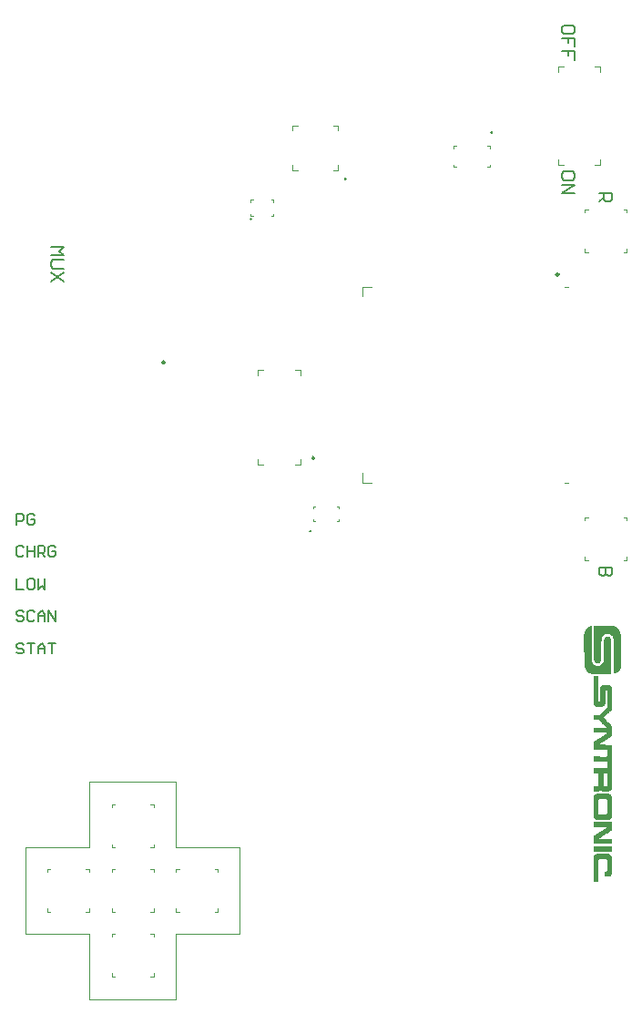
<source format=gbr>
%TF.GenerationSoftware,Altium Limited,Altium Designer,22.10.1 (41)*%
G04 Layer_Color=65535*
%FSLAX45Y45*%
%MOMM*%
%TF.SameCoordinates,E44625A2-F068-4864-A6FA-01B12190F87A*%
%TF.FilePolarity,Positive*%
%TF.FileFunction,Legend,Top*%
%TF.Part,Single*%
G01*
G75*
%TA.AperFunction,NonConductor*%
%ADD51C,0.25400*%
%ADD52C,0.10000*%
%ADD53C,0.20000*%
G36*
X5693101Y1444777D02*
X5692902Y1469272D01*
X5693300Y1470866D01*
X5694296Y1472260D01*
X5695292Y1473255D01*
X5698080Y1473654D01*
X5703058Y1474251D01*
X5704652Y1474649D01*
X5707838Y1476641D01*
X5708435Y1477238D01*
X5709232Y1477637D01*
X5711024Y1480624D01*
X5711622Y1483611D01*
X5712020Y1486797D01*
X5712219Y1578604D01*
X5711821Y1579799D01*
X5710825Y1583981D01*
X5710228Y1585376D01*
X5709431Y1586172D01*
X5709033Y1586969D01*
X5707440Y1588163D01*
X5707041Y1588960D01*
X5706444Y1589557D01*
X5705647Y1589956D01*
X5702063Y1591549D01*
X5699872Y1592146D01*
X5697881Y1592545D01*
X5644708Y1592744D01*
X5643513Y1592346D01*
X5641323Y1591748D01*
X5639331Y1590952D01*
X5636145Y1588960D01*
X5634552Y1587367D01*
X5631365Y1580596D01*
X5630967Y1577808D01*
X5630569Y1383838D01*
X5628776Y1382046D01*
X5624793Y1381647D01*
X5623200Y1382046D01*
X5622006Y1381647D01*
X5586557Y1382046D01*
X5584765Y1383440D01*
X5583968Y1387423D01*
X5584367Y1388618D01*
X5584566Y1587964D01*
X5584367Y1590155D01*
X5584765Y1591350D01*
X5585163Y1601705D01*
X5585561Y1602901D01*
X5586159Y1607082D01*
X5586557Y1608676D01*
X5587553Y1612061D01*
X5587951Y1613654D01*
X5589345Y1617438D01*
X5591138Y1620425D01*
X5592332Y1623213D01*
X5593527Y1625205D01*
X5595320Y1627396D01*
X5600099Y1632175D01*
X5600896Y1632573D01*
X5606074Y1636158D01*
X5612048Y1638548D01*
X5616828Y1639344D01*
X5620810Y1639743D01*
X5627183Y1640141D01*
X5728749Y1639743D01*
X5729943Y1639344D01*
X5731935Y1638548D01*
X5739502Y1634565D01*
X5741693Y1632772D01*
X5742291Y1632175D01*
X5743087Y1631777D01*
X5746672Y1628192D01*
X5747468Y1627794D01*
X5748464Y1626400D01*
X5751053Y1622616D01*
X5752845Y1619629D01*
X5755633Y1613654D01*
X5756430Y1610866D01*
X5757226Y1607680D01*
X5757824Y1605091D01*
X5758222Y1603498D01*
X5758621Y1601108D01*
X5759019Y1594337D01*
X5759218Y1461904D01*
X5758820Y1460709D01*
X5758222Y1457324D01*
X5757027Y1452544D01*
X5756430Y1450353D01*
X5752447Y1442786D01*
X5750655Y1440595D01*
X5749261Y1439201D01*
X5748862Y1438405D01*
X5744282Y1433824D01*
X5743485Y1433426D01*
X5742689Y1432629D01*
X5741892Y1432231D01*
X5740299Y1430638D01*
X5737511Y1429443D01*
X5732333Y1427850D01*
X5729545Y1427452D01*
X5727952Y1427053D01*
X5695292Y1427452D01*
X5693499Y1429244D01*
X5693101Y1430837D01*
X5692703Y1433625D01*
X5693101Y1436413D01*
Y1444379D01*
Y1444777D01*
D02*
G37*
G36*
X5722774Y1662047D02*
X5586557Y1662445D01*
X5584765Y1663839D01*
X5584367Y1666628D01*
X5584765Y1707652D01*
X5586159Y1709046D01*
X5590142Y1709444D01*
X5757027Y1709046D01*
X5758820Y1707652D01*
X5759218Y1706059D01*
X5758820Y1664238D01*
X5757027Y1662445D01*
X5753044Y1662047D01*
X5723172D01*
X5722774D01*
D02*
G37*
G36*
X5686131Y1778349D02*
X5753642Y1778548D01*
X5756828Y1778150D01*
X5758820Y1776955D01*
X5759218Y1775362D01*
X5758820Y1733939D01*
X5757824Y1732545D01*
X5755036Y1731749D01*
X5586159Y1732147D01*
X5584765Y1733541D01*
X5584367Y1736329D01*
X5584765Y1803641D01*
X5588150Y1807027D01*
X5592532Y1809416D01*
X5593328Y1810213D01*
X5594125Y1810611D01*
X5596515Y1812204D01*
X5599303Y1813797D01*
X5600099Y1814594D01*
X5600896Y1814993D01*
X5604680Y1817581D01*
X5605277Y1818179D01*
X5606074Y1818577D01*
X5611251Y1821365D01*
X5612446Y1822560D01*
X5613243Y1822958D01*
X5616031Y1824552D01*
X5616828Y1825348D01*
X5617624Y1825746D01*
X5620014Y1827339D01*
X5622802Y1828933D01*
X5624395Y1830526D01*
X5629573Y1833314D01*
X5630370Y1834111D01*
X5631166Y1834509D01*
X5634950Y1837098D01*
X5635548Y1837695D01*
X5639929Y1840085D01*
X5640725Y1840882D01*
X5641522Y1841280D01*
X5645505Y1843670D01*
X5649488Y1846458D01*
X5652276Y1848051D01*
X5653471Y1849246D01*
X5657852Y1851636D01*
X5658649Y1852432D01*
X5659445Y1852830D01*
X5661835Y1854424D01*
X5664623Y1856017D01*
X5665420Y1856813D01*
X5666216Y1857212D01*
X5670000Y1859801D01*
X5672987Y1861593D01*
X5675775Y1863186D01*
X5676572Y1863983D01*
X5677368Y1864381D01*
X5678165Y1865178D01*
X5680953Y1866771D01*
X5683741Y1868762D01*
X5687326Y1870754D01*
X5688919Y1872347D01*
X5691707Y1873542D01*
X5692504Y1873940D01*
X5697682Y1877525D01*
X5698478Y1877923D01*
X5702461Y1880711D01*
X5706046Y1882703D01*
X5706842Y1883499D01*
X5707639Y1883897D01*
X5710427Y1885491D01*
X5711423Y1886486D01*
X5711024Y1888080D01*
X5710427Y1888677D01*
X5708834Y1889075D01*
X5587951Y1888876D01*
X5586358Y1889274D01*
X5584964Y1890270D01*
X5584367Y1892461D01*
X5584765Y1933884D01*
X5585760Y1935278D01*
X5588549Y1936074D01*
X5757027Y1935676D01*
X5758820Y1934282D01*
X5759218Y1932689D01*
X5759616Y1930299D01*
X5759218Y1929104D01*
X5759417Y1863983D01*
X5758621Y1861991D01*
X5755434Y1858805D01*
X5754638Y1858406D01*
X5750854Y1855818D01*
X5746473Y1853030D01*
X5745079Y1852034D01*
X5742689Y1850441D01*
X5739901Y1848847D01*
X5737113Y1846856D01*
X5734325Y1845263D01*
X5733528Y1844466D01*
X5732731Y1844068D01*
X5729545Y1842077D01*
X5728749Y1841678D01*
X5727952Y1840882D01*
X5727155Y1840483D01*
X5726359Y1839687D01*
X5721977Y1837297D01*
X5714012Y1831721D01*
X5710427Y1829729D01*
X5709232Y1828535D01*
X5705647Y1826543D01*
X5704851Y1825746D01*
X5704054Y1825348D01*
X5701664Y1823755D01*
X5699673Y1822560D01*
X5697482Y1820768D01*
X5692105Y1817780D01*
X5691309Y1816984D01*
X5690512Y1816586D01*
X5686728Y1813997D01*
X5682347Y1811209D01*
X5679957Y1809615D01*
X5679360Y1809018D01*
X5675775Y1807027D01*
X5671792Y1804238D01*
X5670996Y1803840D01*
X5667013Y1801052D01*
X5664225Y1799459D01*
X5663428Y1798662D01*
X5662632Y1798264D01*
X5660640Y1797069D01*
X5657852Y1795476D01*
X5656657Y1794281D01*
X5655860Y1793883D01*
X5652077Y1791294D01*
X5649687Y1789701D01*
X5647297Y1788506D01*
X5644907Y1786913D01*
X5643912Y1785917D01*
X5639531Y1783527D01*
X5636543Y1780540D01*
X5636941Y1779345D01*
X5637539Y1778748D01*
X5640327Y1778349D01*
X5650284Y1778748D01*
X5651479Y1778349D01*
X5685733D01*
X5686131D01*
D02*
G37*
G36*
X5758820Y1989645D02*
X5758023Y1987653D01*
X5756828Y1982874D01*
X5756231Y1980683D01*
X5755434Y1978692D01*
X5754040Y1976501D01*
X5752049Y1972916D01*
X5750256Y1970726D01*
X5749261Y1969730D01*
X5748862Y1968934D01*
X5746273Y1966345D01*
X5745477Y1965946D01*
X5743087Y1964353D01*
X5742291Y1963955D01*
X5739502Y1961963D01*
X5736714Y1960768D01*
X5731537Y1958379D01*
X5728948Y1957781D01*
X5723571Y1957184D01*
X5721977Y1956786D01*
X5706444D01*
X5706046D01*
X5616031Y1957184D01*
X5614836Y1957582D01*
X5611052Y1958179D01*
X5604481Y1961167D01*
X5601692Y1962760D01*
X5599502Y1964552D01*
X5597112Y1966145D01*
X5592731Y1970527D01*
X5590341Y1974908D01*
X5589544Y1975704D01*
X5588350Y1978493D01*
X5586756Y1982476D01*
X5585163Y1988848D01*
X5584765Y1991636D01*
X5585163Y2168081D01*
X5585561Y2169276D01*
X5585960Y2170869D01*
X5586557Y2173060D01*
X5587354Y2175051D01*
X5588947Y2179432D01*
X5590540Y2181822D01*
X5593527Y2186801D01*
X5596913Y2190186D01*
X5597709Y2190585D01*
X5598506Y2191381D01*
X5599303Y2191779D01*
X5601294Y2193771D01*
X5609658Y2197754D01*
X5612446Y2198152D01*
X5614040Y2198551D01*
X5617823Y2199148D01*
X5619815Y2199546D01*
X5698876Y2199745D01*
X5700071Y2199347D01*
X5726359Y2198949D01*
X5727554Y2198551D01*
X5731736Y2197953D01*
X5733727Y2197555D01*
X5736117Y2196360D01*
X5739104Y2194568D01*
X5740299Y2194169D01*
X5744083Y2191580D01*
X5744680Y2190983D01*
X5745477Y2190585D01*
X5747667Y2188792D01*
X5748464Y2187996D01*
X5748862Y2187199D01*
X5750854Y2185208D01*
X5751252Y2184411D01*
X5752049Y2183614D01*
X5756430Y2174454D01*
X5757426Y2169873D01*
X5757824Y2168280D01*
X5758820Y2165691D01*
X5759218Y2161708D01*
X5758820Y1989645D01*
D02*
G37*
G36*
X5759218Y2647230D02*
X5759019Y2603616D01*
X5759218Y2272832D01*
X5758820Y2271638D01*
X5758422Y2256901D01*
X5758023Y2255706D01*
X5757426Y2251922D01*
X5756231Y2244753D01*
X5755833Y2243160D01*
X5755036Y2241168D01*
X5751252Y2234198D01*
X5748464Y2231410D01*
X5748066Y2230613D01*
X5747070Y2229618D01*
X5742689Y2227228D01*
X5741892Y2226431D01*
X5741096Y2226033D01*
X5735519Y2223643D01*
X5731935Y2222050D01*
X5729346Y2221453D01*
X5724566Y2220656D01*
X5722575Y2220258D01*
X5720982Y2219859D01*
X5718990Y2219461D01*
X5717397Y2219063D01*
X5715007Y2218664D01*
X5710626Y2218266D01*
X5702262Y2217868D01*
X5690910Y2217669D01*
X5689716Y2218067D01*
X5680953Y2218465D01*
X5679758Y2218863D01*
X5677169Y2219461D01*
X5674580Y2220457D01*
X5668008Y2221851D01*
X5666017Y2222647D01*
X5663627Y2224240D01*
X5661636Y2225037D01*
X5660242Y2225635D01*
X5657454Y2227626D01*
X5656657Y2228423D01*
X5655860Y2228821D01*
X5654068Y2230215D01*
X5653670Y2231012D01*
X5652276Y2232405D01*
X5650683Y2232804D01*
X5648691Y2231609D01*
X5644708Y2227626D01*
X5643912Y2227228D01*
X5642717Y2226033D01*
X5641920Y2225635D01*
X5638335Y2223643D01*
X5633158Y2221253D01*
X5629772Y2220656D01*
X5627382Y2220258D01*
X5625789Y2219859D01*
X5623798Y2219461D01*
X5622205Y2219063D01*
X5619018Y2218664D01*
X5596913Y2218465D01*
X5595718Y2218863D01*
X5588350Y2218664D01*
X5586358Y2219063D01*
X5584765Y2220656D01*
X5584367Y2223444D01*
X5584765Y2264070D01*
X5586159Y2265862D01*
X5587752Y2266261D01*
X5620014Y2266659D01*
X5621209Y2267057D01*
X5625192Y2267455D01*
X5627980Y2269447D01*
X5628776Y2270244D01*
X5629374Y2270443D01*
X5629772Y2271239D01*
X5630967Y2274027D01*
X5631365Y2276815D01*
X5631764Y2283188D01*
X5631565Y2379376D01*
X5631764Y2382364D01*
X5630171Y2385152D01*
X5628378Y2385749D01*
X5625590Y2386147D01*
X5623997Y2385749D01*
X5586557Y2386147D01*
X5584765Y2387541D01*
X5584367Y2390329D01*
X5584765Y2431752D01*
X5586557Y2433545D01*
X5589345Y2433943D01*
X5708635Y2433744D01*
X5710029Y2434341D01*
X5711423Y2435337D01*
X5712219Y2438125D01*
X5711821Y2493886D01*
X5710029Y2496077D01*
X5707241Y2496475D01*
X5702660Y2496276D01*
X5590540Y2496475D01*
X5589345Y2496077D01*
X5586358Y2496674D01*
X5584964Y2497670D01*
X5584367Y2499861D01*
X5584765Y2541681D01*
X5585760Y2542677D01*
X5588549Y2543474D01*
X5591934Y2543275D01*
X5594523Y2543474D01*
X5595718Y2543076D01*
X5597311Y2543474D01*
X5708236Y2543275D01*
X5709830Y2543673D01*
X5711423Y2545266D01*
X5712219Y2548453D01*
X5711821Y2603815D01*
X5710427Y2605608D01*
X5707241Y2606404D01*
X5704452Y2606006D01*
X5655263Y2606205D01*
X5652674Y2606006D01*
X5651479Y2606404D01*
X5586159Y2606803D01*
X5584765Y2608197D01*
X5584367Y2609790D01*
X5584765Y2677898D01*
X5586159Y2679691D01*
X5586956Y2680089D01*
X5592133Y2683674D01*
X5594922Y2685267D01*
X5598904Y2688055D01*
X5599701Y2688453D01*
X5603684Y2691241D01*
X5606472Y2692835D01*
X5609260Y2694826D01*
X5612048Y2696419D01*
X5614836Y2698411D01*
X5615633Y2698809D01*
X5620810Y2702394D01*
X5624395Y2704385D01*
X5625590Y2705580D01*
X5626387Y2705978D01*
X5629971Y2707970D01*
X5633954Y2710758D01*
X5634751Y2711156D01*
X5636941Y2712948D01*
X5638734Y2713944D01*
X5643115Y2716334D01*
X5644310Y2717529D01*
X5645107Y2717927D01*
X5654466Y2724101D01*
X5655064Y2724698D01*
X5659445Y2727088D01*
X5662233Y2729079D01*
X5665021Y2730672D01*
X5666216Y2731868D01*
X5667013Y2732266D01*
X5671394Y2734655D01*
X5672589Y2735850D01*
X5673385Y2736249D01*
X5676174Y2737842D01*
X5681351Y2741427D01*
X5683343Y2742621D01*
X5686131Y2744613D01*
X5688919Y2746206D01*
X5691707Y2748197D01*
X5695292Y2750189D01*
X5696088Y2750986D01*
X5696885Y2751384D01*
X5699673Y2753375D01*
X5700470Y2753774D01*
X5703258Y2755765D01*
X5707639Y2758155D01*
X5708834Y2759350D01*
X5709630Y2759748D01*
X5711821Y2761540D01*
X5711423Y2763134D01*
X5709630Y2763731D01*
X5707041Y2763930D01*
X5586956Y2763731D01*
X5584964Y2764926D01*
X5584367Y2766718D01*
X5584765Y2808539D01*
X5585362Y2809535D01*
X5587354Y2810331D01*
X5705050Y2810132D01*
X5706643Y2810531D01*
X5707440Y2811327D01*
X5707041Y2813717D01*
X5706245Y2814514D01*
X5705847Y2815310D01*
X5704452Y2816704D01*
X5703656Y2817103D01*
X5694296Y2826462D01*
X5693898Y2827259D01*
X5692902Y2828255D01*
X5692105Y2828653D01*
X5687127Y2833632D01*
X5686728Y2834428D01*
X5684936Y2836221D01*
X5684339Y2836420D01*
X5683940Y2837216D01*
X5680157Y2841000D01*
X5679360Y2841398D01*
X5676771Y2843987D01*
X5676373Y2844784D01*
X5668208Y2852949D01*
X5667411Y2853347D01*
X5665619Y2855140D01*
X5665221Y2855936D01*
X5652873Y2868283D01*
X5652475Y2869080D01*
X5650284Y2871271D01*
X5649488Y2871669D01*
X5644907Y2876249D01*
X5644509Y2877046D01*
X5643513Y2878042D01*
X5642717Y2878440D01*
X5641323Y2879834D01*
X5641124Y2880431D01*
X5640327Y2880830D01*
X5639531Y2881626D01*
X5636344Y2882423D01*
X5586159Y2882821D01*
X5584765Y2884215D01*
X5584367Y2888198D01*
X5584765Y2889791D01*
X5584367Y2892181D01*
X5584765Y2893376D01*
X5584367Y2897359D01*
X5584566Y2918668D01*
X5584367Y2920062D01*
X5584765Y2921257D01*
X5584367Y2925240D01*
X5584765Y2926435D01*
X5585163Y2927231D01*
X5586159Y2928227D01*
X5587752Y2928625D01*
X5603684D01*
X5604082D01*
X5637937Y2929023D01*
X5641522Y2931812D01*
X5653670Y2943960D01*
X5654068Y2944756D01*
X5656259Y2946947D01*
X5657055Y2947345D01*
X5658051Y2948341D01*
X5658449Y2949137D01*
X5661038Y2951726D01*
X5661835Y2952124D01*
X5662831Y2953519D01*
X5663428Y2954116D01*
X5664026Y2954315D01*
X5664424Y2955112D01*
X5670199Y2960887D01*
X5670797Y2961086D01*
X5671195Y2961883D01*
X5707440Y2998128D01*
X5707838Y2998924D01*
X5711423Y3002509D01*
X5712219Y3005695D01*
X5711821Y3155056D01*
X5709830Y3158640D01*
X5709232Y3159238D01*
X5708435Y3159636D01*
X5704851Y3161229D01*
X5700868Y3160831D01*
X5696288Y3157446D01*
X5695491Y3155454D01*
X5695092Y3153861D01*
X5694694Y3148683D01*
X5694296Y3031584D01*
X5693898Y3030389D01*
X5693499Y3028796D01*
X5691906Y3024813D01*
X5689915Y3021229D01*
X5688322Y3019636D01*
X5687923Y3018839D01*
X5686131Y3016648D01*
X5683940Y3014856D01*
X5682945Y3013860D01*
X5682148Y3013462D01*
X5679360Y3011869D01*
X5676572Y3009877D01*
X5674580Y3009081D01*
X5671991Y3008483D01*
X5668805Y3007288D01*
X5666216Y3006293D01*
X5663627Y3005695D01*
X5661238Y3005297D01*
X5655860Y3004699D01*
X5653073Y3004301D01*
X5645505Y3003903D01*
X5640327Y3003505D01*
X5630171Y3004102D01*
X5625789Y3004500D01*
X5622205Y3004898D01*
X5617027Y3005695D01*
X5615035Y3006094D01*
X5611849Y3007288D01*
X5609260Y3008284D01*
X5607667Y3008682D01*
X5603883Y3010077D01*
X5603285Y3010674D01*
X5602489Y3011072D01*
X5600099Y3012665D01*
X5599303Y3013064D01*
X5595718Y3015852D01*
X5593527Y3017644D01*
X5592332Y3018839D01*
X5591934Y3019636D01*
X5589943Y3021627D01*
X5589544Y3022423D01*
X5587951Y3024813D01*
X5586956Y3027402D01*
X5585960Y3029593D01*
X5585163Y3032381D01*
X5584765Y3033974D01*
X5584367Y3040347D01*
X5584765Y3288086D01*
X5586159Y3289879D01*
X5587752Y3290277D01*
X5628776Y3289879D01*
X5630171Y3288485D01*
X5630569Y3286891D01*
X5630967Y3284103D01*
X5630569Y3281315D01*
X5630967Y3058669D01*
X5632560Y3055880D01*
X5634353Y3053690D01*
X5635946Y3052097D01*
X5638734Y3051698D01*
X5643115Y3052097D01*
X5645306Y3053889D01*
X5647297Y3056677D01*
X5647895Y3058868D01*
X5648293Y3179949D01*
X5649090Y3183932D01*
X5649488Y3185525D01*
X5650683Y3188712D01*
X5651678Y3189707D01*
X5653670Y3193292D01*
X5655462Y3195483D01*
X5656259Y3195881D01*
X5659445Y3199067D01*
X5660242Y3199466D01*
X5664623Y3201855D01*
X5665420Y3202652D01*
X5668208Y3203847D01*
X5676970Y3206635D01*
X5678563Y3207033D01*
X5683343Y3207830D01*
X5687326Y3208228D01*
X5692504Y3208627D01*
X5696487Y3209025D01*
X5715605Y3208627D01*
X5716800Y3208228D01*
X5723172Y3207830D01*
X5724367Y3207431D01*
X5727753Y3206834D01*
X5729346Y3206436D01*
X5734922Y3204444D01*
X5736515Y3204046D01*
X5740299Y3202254D01*
X5742689Y3200661D01*
X5747070Y3198271D01*
X5750655Y3194686D01*
X5751252Y3194487D01*
X5751650Y3193690D01*
X5752447Y3192894D01*
X5752845Y3192097D01*
X5753642Y3191301D01*
X5754040Y3190504D01*
X5756032Y3187716D01*
X5758422Y3179750D01*
X5758820Y3178157D01*
X5759218Y3174174D01*
X5758820Y2984586D01*
X5755036Y2979607D01*
X5754239Y2978810D01*
X5753443Y2978412D01*
X5748862Y2973831D01*
X5748464Y2973035D01*
X5736914Y2961485D01*
X5736515Y2960688D01*
X5735519Y2959692D01*
X5734723Y2959294D01*
X5733329Y2957900D01*
X5732931Y2957103D01*
X5731935Y2956107D01*
X5731138Y2955709D01*
X5728948Y2953519D01*
X5728549Y2952722D01*
X5723571Y2947743D01*
X5722774Y2947345D01*
X5718592Y2943163D01*
X5718194Y2942366D01*
X5706245Y2930418D01*
X5705847Y2929621D01*
X5704452Y2928227D01*
X5703656Y2927829D01*
X5703058Y2927231D01*
X5702660Y2926435D01*
X5701266Y2925040D01*
X5700470Y2924642D01*
X5698279Y2922452D01*
X5697881Y2921655D01*
X5697283Y2921057D01*
X5696487Y2920659D01*
X5695491Y2919663D01*
X5695092Y2918867D01*
X5692902Y2916676D01*
X5692305Y2916477D01*
X5691906Y2915680D01*
X5689716Y2913490D01*
X5688919Y2913092D01*
X5687525Y2911698D01*
X5687127Y2910901D01*
X5683940Y2907715D01*
X5683144Y2904927D01*
X5683940Y2902935D01*
X5685733Y2901143D01*
X5686529Y2900745D01*
X5687525Y2899749D01*
X5687923Y2898952D01*
X5692902Y2893973D01*
X5693699Y2893575D01*
X5695491Y2891783D01*
X5695889Y2890986D01*
X5697283Y2889592D01*
X5698080Y2889194D01*
X5700071Y2886804D01*
X5704054Y2882821D01*
X5704851Y2882423D01*
X5706643Y2880631D01*
X5707041Y2879834D01*
X5715207Y2871669D01*
X5716003Y2871271D01*
X5718592Y2868682D01*
X5718990Y2867885D01*
X5723571Y2863305D01*
X5724367Y2862906D01*
X5726159Y2861114D01*
X5726558Y2860318D01*
X5727155Y2859720D01*
X5727952Y2859322D01*
X5729346Y2857928D01*
X5729744Y2857131D01*
X5735121Y2851754D01*
X5735918Y2851356D01*
X5737312Y2849962D01*
X5737710Y2849165D01*
X5739104Y2847771D01*
X5739901Y2847373D01*
X5740498Y2846776D01*
X5740897Y2845979D01*
X5746273Y2840602D01*
X5747070Y2840204D01*
X5749261Y2838013D01*
X5749659Y2837216D01*
X5757625Y2829251D01*
X5758023Y2828454D01*
X5758820Y2827657D01*
X5759218Y2826064D01*
X5759417Y2809137D01*
X5759019Y2737444D01*
X5758222Y2735452D01*
X5757027Y2734257D01*
X5756231Y2733859D01*
X5753443Y2732266D01*
X5752248Y2731071D01*
X5751451Y2730672D01*
X5749062Y2729079D01*
X5748265Y2728681D01*
X5747070Y2727486D01*
X5746273Y2727088D01*
X5741892Y2724698D01*
X5740299Y2723105D01*
X5739502Y2722707D01*
X5736714Y2721113D01*
X5735918Y2720317D01*
X5735121Y2719919D01*
X5732731Y2718325D01*
X5730740Y2717130D01*
X5729545Y2715936D01*
X5728749Y2715537D01*
X5724367Y2713147D01*
X5723571Y2712351D01*
X5722774Y2711953D01*
X5720384Y2710360D01*
X5718393Y2709165D01*
X5717198Y2707970D01*
X5712817Y2705580D01*
X5712020Y2704783D01*
X5711224Y2704385D01*
X5710427Y2703588D01*
X5706046Y2701199D01*
X5704851Y2700004D01*
X5704054Y2699605D01*
X5701266Y2698012D01*
X5697283Y2695224D01*
X5695292Y2694029D01*
X5692504Y2692038D01*
X5688919Y2690046D01*
X5688122Y2689250D01*
X5687326Y2688852D01*
X5686529Y2688055D01*
X5683741Y2686462D01*
X5682546Y2685267D01*
X5677368Y2682479D01*
X5675178Y2680687D01*
X5671195Y2678297D01*
X5668805Y2676704D01*
X5665619Y2674712D01*
X5664623Y2673716D01*
X5663826Y2673318D01*
X5659445Y2670928D01*
X5657255Y2669136D01*
X5653869Y2666945D01*
X5651081Y2664954D01*
X5648293Y2663361D01*
X5644310Y2660573D01*
X5641522Y2658979D01*
X5637141Y2656590D01*
X5636543Y2655992D01*
X5636344Y2654996D01*
X5637141Y2653802D01*
X5638734Y2653403D01*
X5643513Y2653005D01*
X5644708Y2653403D01*
X5757426Y2653005D01*
X5759218Y2651611D01*
X5759616Y2648823D01*
X5759218Y2647230D01*
D02*
G37*
G36*
X5722376Y3758672D02*
X5771764Y3758273D01*
X5772959Y3757875D01*
X5776146Y3757477D01*
X5777340Y3757079D01*
X5782518Y3755087D01*
X5784510Y3754290D01*
X5786103Y3753892D01*
X5791281Y3751104D01*
X5794069Y3749511D01*
X5796857Y3747520D01*
X5800442Y3745528D01*
X5802831Y3743138D01*
X5803628Y3742740D01*
X5804823Y3741545D01*
X5805619Y3741147D01*
X5811992Y3734774D01*
X5812789Y3734376D01*
X5813386Y3733778D01*
X5813784Y3732982D01*
X5816573Y3729397D01*
X5817767Y3728202D01*
X5818166Y3727406D01*
X5819759Y3725812D01*
X5820157Y3725016D01*
X5820954Y3724219D01*
X5821352Y3723423D01*
X5823941Y3719639D01*
X5824937Y3717847D01*
X5825335Y3717050D01*
X5826928Y3714262D01*
X5828521Y3711872D01*
X5829318Y3709881D01*
X5832106Y3703906D01*
X5834695Y3696538D01*
X5836487Y3692356D01*
X5836885Y3689568D01*
X5837284Y3687974D01*
X5838877Y3682797D01*
X5839674Y3679610D01*
X5840271Y3676225D01*
X5840669Y3673835D01*
X5841864Y3665869D01*
X5842263Y3663878D01*
X5842661Y3662284D01*
X5843059Y3659895D01*
X5843457Y3656708D01*
X5843856Y3652725D01*
X5844254Y3645158D01*
X5844652Y3628828D01*
X5845051Y3549567D01*
X5845250Y3415142D01*
X5844851Y3413947D01*
X5844453Y3386465D01*
X5844055Y3385270D01*
X5843657Y3379694D01*
X5843258Y3378499D01*
X5842661Y3376309D01*
X5842063Y3374516D01*
X5840868Y3369737D01*
X5840271Y3367546D01*
X5839873Y3365953D01*
X5838280Y3361970D01*
X5837284Y3359779D01*
X5836288Y3357190D01*
X5834695Y3354801D01*
X5832903Y3351813D01*
X5832504Y3350220D01*
X5828721Y3345242D01*
X5827725Y3343848D01*
X5826530Y3342653D01*
X5826132Y3341856D01*
X5823343Y3338271D01*
X5821352Y3336280D01*
X5820954Y3335483D01*
X5819958Y3334488D01*
X5819161Y3334089D01*
X5818365Y3333293D01*
X5817568Y3332895D01*
X5815577Y3330903D01*
X5814780Y3330505D01*
X5813984Y3329708D01*
X5813187Y3329310D01*
X5811594Y3327717D01*
X5810797Y3327318D01*
X5804823Y3324132D01*
X5802831Y3322937D01*
X5800840Y3322140D01*
X5797056Y3320746D01*
X5792077Y3318556D01*
X5789887Y3317958D01*
X5785306Y3316166D01*
X5782120Y3315370D01*
X5777540Y3314374D01*
X5773756Y3314175D01*
X5772362Y3315170D01*
X5771964Y3316763D01*
Y3447006D01*
Y3447404D01*
X5771565Y3639382D01*
X5771167Y3640577D01*
X5770569Y3643564D01*
X5769773Y3646751D01*
X5768777Y3649340D01*
X5766985Y3654319D01*
X5764794Y3658501D01*
X5762803Y3662085D01*
X5761209Y3663678D01*
X5759218Y3667263D01*
X5753044Y3673437D01*
X5752248Y3673835D01*
X5748663Y3676623D01*
X5747867Y3677420D01*
X5743485Y3679809D01*
X5740697Y3681403D01*
X5735719Y3683195D01*
X5733528Y3684190D01*
X5730740Y3684987D01*
X5729147Y3685386D01*
X5723571Y3686182D01*
X5714410Y3686580D01*
X5713215Y3686182D01*
X5706444Y3685784D01*
X5705249Y3685386D01*
X5701067Y3684390D01*
X5699075Y3683593D01*
X5696885Y3682597D01*
X5691906Y3680805D01*
X5689716Y3679411D01*
X5684737Y3676026D01*
X5683343Y3674631D01*
X5682546Y3674233D01*
X5681750Y3673437D01*
X5680953Y3673038D01*
X5676373Y3668458D01*
X5675974Y3667661D01*
X5674182Y3665471D01*
X5671195Y3661289D01*
X5670797Y3660492D01*
X5669203Y3658102D01*
X5668008Y3655314D01*
X5666017Y3651730D01*
X5665221Y3649738D01*
X5664822Y3648145D01*
X5664026Y3645357D01*
X5662034Y3638984D01*
X5661636Y3637391D01*
X5661238Y3634603D01*
X5660839Y3633010D01*
X5660441Y3627832D01*
X5660043Y3621459D01*
X5659644Y3616281D01*
X5659843Y3612099D01*
X5659445Y3591786D01*
X5659047Y3565897D01*
X5658649Y3547575D01*
X5658250Y3518898D01*
X5657852Y3488628D01*
X5657454Y3444815D01*
X5657055Y3439638D01*
X5656657Y3437248D01*
X5656259Y3435655D01*
X5655064Y3432468D01*
X5652873Y3427888D01*
X5652475Y3427091D01*
X5650683Y3424901D01*
X5649687Y3423506D01*
X5647496Y3421316D01*
X5646700Y3420918D01*
X5643912Y3418130D01*
X5635548Y3414147D01*
X5632759Y3413350D01*
X5628776Y3412155D01*
X5627183Y3411757D01*
X5623200Y3411359D01*
X5617624Y3411757D01*
X5613641Y3413350D01*
X5611451Y3413947D01*
X5608464Y3415341D01*
X5602091Y3420121D01*
X5599900Y3422312D01*
X5599502Y3423108D01*
X5597709Y3425299D01*
X5594722Y3430278D01*
X5594324Y3431074D01*
X5593129Y3433862D01*
X5592731Y3435455D01*
X5592133Y3438044D01*
X5591536Y3443421D01*
X5591138Y3445014D01*
X5590540Y3451985D01*
X5590142Y3457561D01*
X5589943Y3749710D01*
X5590341Y3750905D01*
X5589943Y3754888D01*
X5590341Y3756879D01*
X5591735Y3758273D01*
X5594523Y3758672D01*
X5721181Y3759070D01*
X5722376Y3758672D01*
D02*
G37*
G36*
X5569032Y3757875D02*
X5570426Y3756481D01*
X5570625Y3754290D01*
X5570426Y3438244D01*
X5570825Y3437048D01*
X5571422Y3432468D01*
X5572617Y3427689D01*
X5573015Y3425299D01*
X5573812Y3422113D01*
X5576002Y3417930D01*
X5576998Y3415341D01*
X5577795Y3413350D01*
X5578392Y3412753D01*
X5578790Y3411956D01*
X5579587Y3411160D01*
X5582375Y3405982D01*
X5584367Y3403990D01*
X5584765Y3403194D01*
X5586358Y3401600D01*
X5586756Y3400804D01*
X5588150Y3399410D01*
X5588947Y3399011D01*
X5589743Y3398215D01*
X5590540Y3397817D01*
X5593726Y3394630D01*
X5594523Y3394232D01*
X5597311Y3392240D01*
X5601692Y3390249D01*
X5606870Y3387859D01*
X5612446Y3387063D01*
X5614040Y3386664D01*
X5618819Y3385868D01*
X5625192Y3385469D01*
X5630967Y3386067D01*
X5634950Y3386863D01*
X5637340Y3387262D01*
X5639331Y3387660D01*
X5640924Y3388058D01*
X5642916Y3388855D01*
X5645903Y3390647D01*
X5648492Y3391643D01*
X5652475Y3394033D01*
X5653073Y3394630D01*
X5655064Y3395825D01*
X5657255Y3397617D01*
X5658649Y3399011D01*
X5659445Y3399410D01*
X5660242Y3400206D01*
X5660839Y3400405D01*
X5661238Y3401202D01*
X5662233Y3402198D01*
X5663030Y3402596D01*
X5664026Y3403592D01*
X5664424Y3404388D01*
X5666216Y3406579D01*
X5666814Y3407177D01*
X5667212Y3407973D01*
X5668008Y3408770D01*
X5668407Y3409566D01*
X5671195Y3413549D01*
X5671593Y3414346D01*
X5673186Y3417930D01*
X5673585Y3418727D01*
X5675576Y3421913D01*
X5676970Y3428485D01*
X5678763Y3434261D01*
X5679161Y3435854D01*
X5679957Y3441430D01*
X5680356Y3445413D01*
X5680754Y3493606D01*
X5681152Y3504759D01*
X5681550Y3535428D01*
X5681949Y3536622D01*
X5682347Y3570876D01*
X5682745Y3572071D01*
X5682546Y3575854D01*
X5682945Y3591786D01*
X5683343Y3623650D01*
X5683741Y3628828D01*
X5684538Y3633607D01*
X5686131Y3637988D01*
X5687923Y3642171D01*
X5689516Y3644959D01*
X5693300Y3649937D01*
X5694097Y3650734D01*
X5694893Y3651132D01*
X5697682Y3653920D01*
X5698478Y3654319D01*
X5701664Y3656310D01*
X5706046Y3658302D01*
X5712418Y3659895D01*
X5715207Y3660293D01*
X5722376Y3659895D01*
X5723571Y3659496D01*
X5726159Y3658899D01*
X5727753Y3658501D01*
X5729744Y3657704D01*
X5731138Y3656708D01*
X5734723Y3654717D01*
X5736914Y3652924D01*
X5738706Y3651132D01*
X5739502Y3650734D01*
X5741295Y3648941D01*
X5741693Y3648145D01*
X5743485Y3645954D01*
X5744083Y3645357D01*
X5744481Y3644560D01*
X5746074Y3641772D01*
X5747667Y3639382D01*
X5748464Y3637391D01*
X5749261Y3634603D01*
X5750655Y3630819D01*
X5751650Y3628230D01*
X5752049Y3626637D01*
X5752447Y3621459D01*
X5752845Y3618671D01*
X5752646Y3410960D01*
X5752845Y3409566D01*
X5752447Y3408371D01*
X5752049Y3314374D01*
X5750655Y3312980D01*
X5749062Y3312581D01*
X5708236Y3312781D01*
X5707639Y3312581D01*
X5706444Y3312980D01*
X5701266Y3312581D01*
X5700071Y3312980D01*
X5565846Y3313378D01*
X5564651Y3313776D01*
X5560469Y3314374D01*
X5558477Y3314772D01*
X5556884Y3315170D01*
X5554893Y3315569D01*
X5553300Y3315967D01*
X5546728Y3318954D01*
X5539558Y3322937D01*
X5537368Y3324729D01*
X5536372Y3325725D01*
X5533584Y3327318D01*
X5530398Y3330505D01*
X5529601Y3330903D01*
X5528207Y3332297D01*
X5527809Y3333094D01*
X5526614Y3334288D01*
X5526216Y3335085D01*
X5524622Y3336678D01*
X5524224Y3337475D01*
X5523427Y3338271D01*
X5523029Y3339068D01*
X5522233Y3339865D01*
X5521834Y3340661D01*
X5521038Y3341458D01*
X5520639Y3342254D01*
X5518250Y3346636D01*
X5516258Y3349424D01*
X5515860Y3351017D01*
X5514665Y3353805D01*
X5514267Y3354602D01*
X5512275Y3357788D01*
X5510483Y3362767D01*
X5508691Y3366949D01*
X5507097Y3373321D01*
X5505106Y3378499D01*
X5504708Y3380093D01*
X5504309Y3382880D01*
X5503911Y3384474D01*
X5503314Y3387461D01*
X5502517Y3390647D01*
X5502119Y3392639D01*
X5501720Y3395825D01*
X5501322Y3399410D01*
X5500924Y3403393D01*
X5500525Y3408969D01*
X5500127Y3413748D01*
X5499928Y3416337D01*
Y3416736D01*
X5499530Y3427888D01*
X5499131Y3448599D01*
X5499530Y3484844D01*
X5499131Y3515911D01*
X5498733Y3517106D01*
X5498335Y3675229D01*
X5498733Y3676424D01*
X5500525Y3687775D01*
X5501322Y3691758D01*
X5502119Y3694945D01*
X5502915Y3696936D01*
X5503911Y3699525D01*
X5504508Y3702114D01*
X5505305Y3704105D01*
X5507097Y3707491D01*
X5508890Y3712470D01*
X5509487Y3713864D01*
X5511877Y3717847D01*
X5513470Y3720635D01*
X5514267Y3721431D01*
X5514665Y3722228D01*
X5516656Y3725812D01*
X5518648Y3727804D01*
X5519046Y3728601D01*
X5521038Y3731389D01*
X5521436Y3732185D01*
X5523029Y3733778D01*
X5523427Y3734575D01*
X5524423Y3735571D01*
X5525220Y3735969D01*
X5526216Y3736965D01*
X5526614Y3737761D01*
X5531194Y3742342D01*
X5531991Y3742740D01*
X5533186Y3743935D01*
X5533982Y3744333D01*
X5535575Y3745926D01*
X5539160Y3747918D01*
X5539957Y3748714D01*
X5540753Y3749113D01*
X5545931Y3751901D01*
X5550312Y3753892D01*
X5555889Y3755486D01*
X5557880Y3756282D01*
X5561863Y3757477D01*
X5563456Y3757875D01*
X5566244Y3758273D01*
X5569032Y3757875D01*
D02*
G37*
%LPC*%
G36*
X5712219Y2134624D02*
X5711821Y2135819D01*
X5711224Y2139603D01*
X5710825Y2141594D01*
X5710029Y2143586D01*
X5709431Y2144183D01*
X5709033Y2144980D01*
X5707838Y2146175D01*
X5707440Y2146971D01*
X5706444Y2148365D01*
X5705647Y2148764D01*
X5704851Y2149560D01*
X5704054Y2149959D01*
X5703258Y2150755D01*
X5702461Y2151153D01*
X5699673Y2152348D01*
X5698080Y2152747D01*
X5695292Y2153145D01*
X5643912Y2152747D01*
X5641920Y2151950D01*
X5641124Y2151552D01*
X5636145Y2147768D01*
X5635348Y2146971D01*
X5634950Y2146175D01*
X5631764Y2139404D01*
X5630967Y2136217D01*
X5630569Y2129845D01*
Y2054169D01*
X5630967Y2018322D01*
X5631365Y2017127D01*
X5632361Y2014538D01*
X5635747Y2008365D01*
X5636344Y2007767D01*
X5637141Y2007369D01*
X5640725Y2005377D01*
X5644310Y2003784D01*
X5647098Y2003386D01*
X5698478Y2003784D01*
X5706842Y2008165D01*
X5707838Y2009560D01*
X5709630Y2011750D01*
X5710228Y2012348D01*
X5711024Y2015136D01*
X5711423Y2016729D01*
X5712020Y2019318D01*
X5712219Y2134624D01*
D02*
G37*
G36*
Y2280400D02*
X5711821Y2383957D01*
X5711224Y2384953D01*
X5710427Y2385351D01*
X5708435Y2386147D01*
X5681351Y2385749D01*
X5679161Y2383957D01*
X5678763Y2379974D01*
X5679161Y2378779D01*
X5678763Y2377186D01*
X5678962Y2280997D01*
X5678763Y2278010D01*
X5679161Y2276815D01*
X5679559Y2274426D01*
X5681152Y2271638D01*
X5682148Y2270642D01*
X5684140Y2269447D01*
X5686927Y2267854D01*
X5690114Y2267057D01*
X5697682Y2266659D01*
X5699275Y2267057D01*
X5702461Y2267455D01*
X5702859D01*
X5704851Y2267854D01*
X5707639Y2269845D01*
X5708435Y2270244D01*
X5710626Y2272036D01*
X5711423Y2274824D01*
X5711821Y2276417D01*
X5712219Y2280400D01*
D02*
G37*
%LPD*%
D51*
X5261180Y7025000D02*
G03*
X5261180Y7025000I-11180J0D01*
G01*
X3280000Y7912500D02*
G03*
X3280000Y7912500I-5000J0D01*
G01*
X2990000Y5317500D02*
G03*
X2990000Y5317500I-10000J0D01*
G01*
X2955000Y4640000D02*
G03*
X2955000Y4640000I-5000J0D01*
G01*
X4637600Y8345000D02*
G03*
X4637600Y8345000I-100J0D01*
G01*
X2400600Y7539000D02*
G03*
X2400600Y7539000I-100J0D01*
G01*
X1597500Y6207500D02*
G03*
X1597500Y6207500I-10000J0D01*
G01*
D52*
X895000Y290000D02*
X1705000D01*
Y900000D01*
X895000Y2310000D02*
X1705000D01*
X2295000Y900000D02*
Y1700000D01*
X305000Y1700000D02*
X895000D01*
X305000Y900000D02*
Y1700000D01*
Y900000D02*
X895000D01*
Y290000D02*
Y900000D01*
X1705000D02*
X2295000D01*
X1705000Y1700000D02*
X2295000D01*
X1705000D02*
Y2310000D01*
X895000Y1700000D02*
Y2310000D01*
X5320000Y5090000D02*
X5355000D01*
X3440000Y6910000D02*
X3520000D01*
X3440000Y6820000D02*
Y6910000D01*
X3438500Y5090000D02*
X3518500D01*
X3438500D02*
Y5180000D01*
X5320000Y6910000D02*
X5355000D01*
X3162500Y8410000D02*
X3212500D01*
Y8360000D02*
Y8410000D01*
X3162500Y7990000D02*
X3212500D01*
Y8040000D01*
X2787500Y7990000D02*
X2837500D01*
X2787500D02*
Y8040000D01*
Y8410000D02*
X2837500D01*
X2787500Y8360000D02*
Y8410000D01*
X2462500Y5253450D02*
X2512500D01*
X2462500D02*
Y5303450D01*
Y6138450D02*
X2512500D01*
X2462500Y6088450D02*
Y6138450D01*
X2812500Y5253450D02*
X2862500D01*
Y5303450D01*
X2812500Y6138450D02*
X2862500D01*
Y6088450D02*
Y6138450D01*
X3220000Y4730000D02*
Y4750000D01*
X3200000Y4730000D02*
X3220000D01*
X2980000D02*
Y4750000D01*
Y4730000D02*
X3000000D01*
X2980000Y4850000D02*
Y4870000D01*
X3000000D01*
X3220000Y4850000D02*
Y4870000D01*
X3200000D02*
X3220000D01*
X4288000Y8195500D02*
Y8216500D01*
X4309000D01*
X4288000Y8023500D02*
Y8044500D01*
Y8023500D02*
X4309000D01*
X4622000D02*
Y8044500D01*
X4601000Y8023500D02*
X4622000D01*
Y8195500D02*
Y8216500D01*
X4601000D02*
X4622000D01*
X2399000Y7696500D02*
Y7717500D01*
X2420000D01*
X2611000Y7696500D02*
Y7717500D01*
X2590000D02*
X2611000D01*
Y7565500D02*
Y7586500D01*
X2590000Y7565500D02*
X2611000D01*
X2399000D02*
Y7586500D01*
Y7565500D02*
X2420000D01*
X5255000Y8960000D02*
X5305000D01*
X5255000Y8910000D02*
Y8960000D01*
Y8040000D02*
X5305000D01*
X5255000D02*
Y8090000D01*
X5595000Y8960000D02*
X5645000D01*
Y8910000D02*
Y8960000D01*
X5595000Y8040000D02*
X5645000D01*
Y8090000D01*
X5865000Y7230000D02*
X5895000D01*
Y7260000D01*
X5865000Y7630000D02*
X5895000D01*
Y7600000D02*
Y7630000D01*
X5505000Y7230000D02*
X5535000D01*
X5505000D02*
Y7260000D01*
Y7630000D02*
X5535000D01*
X5505000Y7600000D02*
Y7630000D01*
X5865000Y4370000D02*
X5895000D01*
Y4400000D01*
X5865000Y4770000D02*
X5895000D01*
Y4740000D02*
Y4770000D01*
X5505000Y4370000D02*
X5535000D01*
X5505000D02*
Y4400000D01*
Y4770000D02*
X5535000D01*
X5505000Y4740000D02*
Y4770000D01*
X865000Y1100000D02*
X895000D01*
Y1130000D01*
X865000Y1500000D02*
X895000D01*
Y1470000D02*
Y1500000D01*
X505000Y1100000D02*
X535000D01*
X505000D02*
Y1130000D01*
Y1500000D02*
X535000D01*
X505000Y1470000D02*
Y1500000D01*
X2065000Y1100000D02*
X2095000D01*
Y1130000D01*
X2065000Y1500000D02*
X2095000D01*
Y1470000D02*
Y1500000D01*
X1705000Y1100000D02*
X1735000D01*
X1705000D02*
Y1130000D01*
Y1500000D02*
X1735000D01*
X1705000Y1470000D02*
Y1500000D01*
X1465000Y1100000D02*
X1495000D01*
Y1130000D01*
X1465000Y1500000D02*
X1495000D01*
Y1470000D02*
Y1500000D01*
X1105000Y1100000D02*
X1135000D01*
X1105000D02*
Y1130000D01*
Y1500000D02*
X1135000D01*
X1105000Y1470000D02*
Y1500000D01*
X1465000Y1700000D02*
X1495000D01*
Y1730000D01*
X1465000Y2100000D02*
X1495000D01*
Y2070000D02*
Y2100000D01*
X1105000Y1700000D02*
X1135000D01*
X1105000D02*
Y1730000D01*
Y2100000D02*
X1135000D01*
X1105000Y2070000D02*
Y2100000D01*
X1465000Y500000D02*
X1495000D01*
Y530000D01*
X1465000Y900000D02*
X1495000D01*
Y870000D02*
Y900000D01*
X1105000Y500000D02*
X1135000D01*
X1105000D02*
Y530000D01*
Y900000D02*
X1135000D01*
X1105000Y870000D02*
Y900000D01*
D53*
X5759981Y4300000D02*
X5640020D01*
Y4240019D01*
X5660013Y4220026D01*
X5680007D01*
X5700000Y4240019D01*
Y4300000D01*
Y4240019D01*
X5719994Y4220026D01*
X5739988D01*
X5759981Y4240019D01*
Y4300000D01*
X286645Y3583323D02*
X269984Y3599984D01*
X236661D01*
X220000Y3583323D01*
Y3566661D01*
X236661Y3550000D01*
X269984D01*
X286645Y3533339D01*
Y3516677D01*
X269984Y3500016D01*
X236661D01*
X220000Y3516677D01*
X319968Y3599984D02*
X386613D01*
X353290D01*
Y3500016D01*
X419936D02*
Y3566661D01*
X453258Y3599984D01*
X486581Y3566661D01*
Y3500016D01*
Y3550000D01*
X419936D01*
X519903Y3599984D02*
X586548D01*
X553226D01*
Y3500016D01*
X286645Y3883322D02*
X269984Y3899984D01*
X236661D01*
X220000Y3883322D01*
Y3866661D01*
X236661Y3850000D01*
X269984D01*
X286645Y3833339D01*
Y3816677D01*
X269984Y3800016D01*
X236661D01*
X220000Y3816677D01*
X386613Y3883322D02*
X369952Y3899984D01*
X336629D01*
X319968Y3883322D01*
Y3816677D01*
X336629Y3800016D01*
X369952D01*
X386613Y3816677D01*
X419936Y3800016D02*
Y3866661D01*
X453258Y3899984D01*
X486581Y3866661D01*
Y3800016D01*
Y3850000D01*
X419936D01*
X519903Y3800016D02*
Y3899984D01*
X586548Y3800016D01*
Y3899984D01*
X220000Y4199984D02*
Y4100016D01*
X286645D01*
X369952Y4199984D02*
X336629D01*
X319968Y4183323D01*
Y4116678D01*
X336629Y4100016D01*
X369952D01*
X386613Y4116678D01*
Y4183323D01*
X369952Y4199984D01*
X419936D02*
Y4100016D01*
X453258Y4133339D01*
X486581Y4100016D01*
Y4199984D01*
X286645Y4483323D02*
X269984Y4499984D01*
X236661D01*
X220000Y4483323D01*
Y4416677D01*
X236661Y4400016D01*
X269984D01*
X286645Y4416677D01*
X319968Y4499984D02*
Y4400016D01*
Y4450000D01*
X386613D01*
Y4499984D01*
Y4400016D01*
X419936D02*
Y4499984D01*
X469920D01*
X486581Y4483323D01*
Y4450000D01*
X469920Y4433339D01*
X419936D01*
X453258D02*
X486581Y4400016D01*
X586548Y4483323D02*
X569887Y4499984D01*
X536565D01*
X519903Y4483323D01*
Y4416677D01*
X536565Y4400016D01*
X569887D01*
X586548Y4416677D01*
Y4450000D01*
X553226D01*
X220000Y4700016D02*
Y4799984D01*
X269984D01*
X286645Y4783322D01*
Y4750000D01*
X269984Y4733339D01*
X220000D01*
X386613Y4783322D02*
X369952Y4799984D01*
X336629D01*
X319968Y4783322D01*
Y4716677D01*
X336629Y4700016D01*
X369952D01*
X386613Y4716677D01*
Y4750000D01*
X353290D01*
X540019Y7279948D02*
X659981D01*
X619994Y7239961D01*
X659981Y7199974D01*
X540019D01*
X659981Y7159987D02*
X560013D01*
X540019Y7139993D01*
Y7100006D01*
X560013Y7080013D01*
X659981D01*
Y7040026D02*
X540019Y6960052D01*
X659981D02*
X540019Y7040026D01*
X5640020Y7779974D02*
X5759981D01*
Y7719993D01*
X5739988Y7700000D01*
X5700000D01*
X5680007Y7719993D01*
Y7779974D01*
Y7739987D02*
X5640020Y7700000D01*
X5409981Y7920019D02*
Y7960006D01*
X5389987Y7980000D01*
X5310013D01*
X5290020Y7960006D01*
Y7920019D01*
X5310013Y7900026D01*
X5389987D01*
X5409981Y7920019D01*
X5290020Y7860039D02*
X5409981D01*
X5290020Y7780064D01*
X5409981D01*
X5409981Y9279916D02*
Y9319903D01*
X5389987Y9339896D01*
X5310013D01*
X5290019Y9319903D01*
Y9279916D01*
X5310013Y9259922D01*
X5389987D01*
X5409981Y9279916D01*
Y9139961D02*
Y9219935D01*
X5350000D01*
Y9179948D01*
Y9219935D01*
X5290019D01*
X5409981Y9020000D02*
Y9099974D01*
X5350000D01*
Y9059987D01*
Y9099974D01*
X5290019D01*
%TF.MD5,1449068d16b6cc9c637bbf824f2b47ca*%
M02*

</source>
